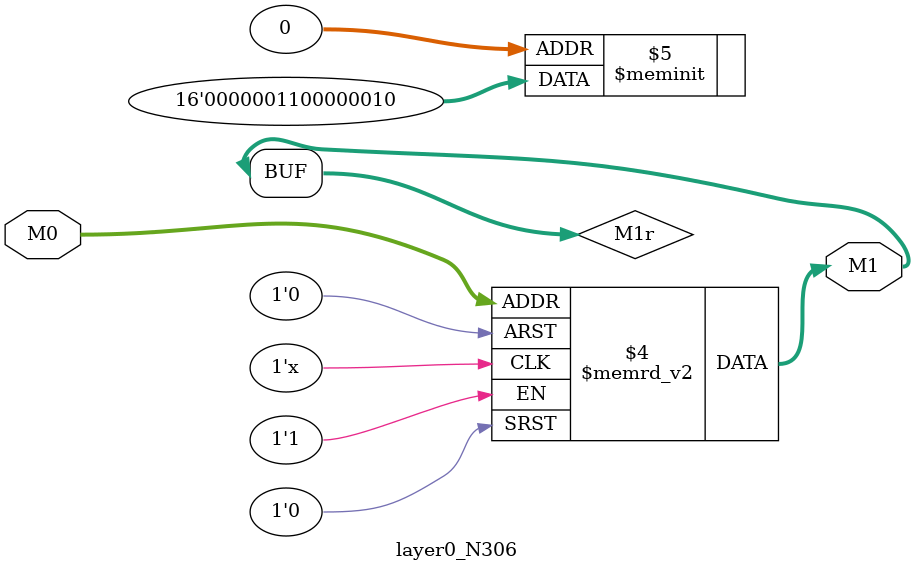
<source format=v>
module layer0_N306 ( input [2:0] M0, output [1:0] M1 );

	(*rom_style = "distributed" *) reg [1:0] M1r;
	assign M1 = M1r;
	always @ (M0) begin
		case (M0)
			3'b000: M1r = 2'b10;
			3'b100: M1r = 2'b11;
			3'b010: M1r = 2'b00;
			3'b110: M1r = 2'b00;
			3'b001: M1r = 2'b00;
			3'b101: M1r = 2'b00;
			3'b011: M1r = 2'b00;
			3'b111: M1r = 2'b00;

		endcase
	end
endmodule

</source>
